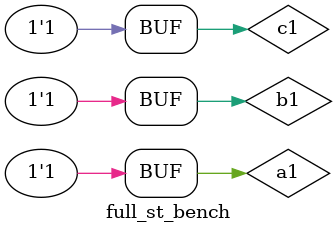
<source format=v>
module full_st_bench();
	reg a1;
	reg b1;
	reg c1;
	wire y1;
	wire x1;
	full_be dUT_1(.a(a1),.b(b1),.c(c1),.y(y1),.x(x1));
	initial
	begin
		a1=1'b0;b1=1'b0;c1=1'b0;
	#100	a1=1'b0;b1=1'b0;c1=1'b1;
	#100	a1=1'b0;b1=1'b1;c1=1'b0;
	#100	a1=1'b0;b1=1'b1;c1=1'b1;
	#100	a1=1'b1;b1=1'b0;c1=1'b0;
	#100	a1=1'b1;b1=1'b0;c1=1'b1;
	#100	a1=1'b1;b1=1'b1;c1=1'b0;
	#100	a1=1'b1;b1=1'b1;c1=1'b1;
	end
endmodule
</source>
